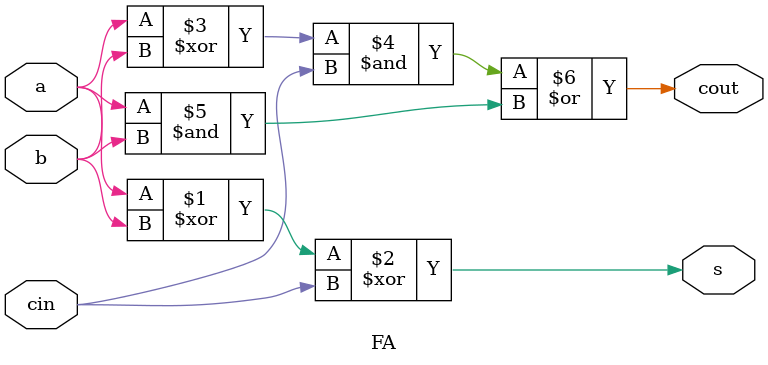
<source format=v>
module MUXChooseSignal(
	
	input ALUSrc1, 
	input ALUSrc2, 
	input EXTOp, 
	input LUOp, 
	input MEM_WB_RegWrite,
	input [1  : 0] MEM_WB_RegDst, 
	input [1  : 0] MEM_WB_MemToReg, 
	input [1  : 0] MemToReg, 
	input [1  : 0] RegDst,
	input [31 : 0] instruction_IN,
	input [31 : 0] instruction_IF_ID, 
	input [31 : 0] instruction_ID_EX, 
	input [31 : 0] instruction_EX_MEM,
	input [1  : 0] ForwardA,  
	input [1  : 0] ForwardB, 
	input [1  : 0] ForwardJR,
	input [31 : 0] ALUOUT, 
	input [31 : 0] ReadData, 
	input [31 : 0] MEM_WB_ALUOUT,
	input [31 : 0] ID_EX_DataBusA, 
	input [31 : 0] DataBusA, 
	input [31 : 0] ID_EX_DataBusB,
	input [31 : 0] instruction_MEM_WB,
	input [2  : 0] ID_EX_PCSrc,
	input [31 : 0] ID_EX_PC,
	input [31 : 0] IF_ID_PC_OUT,
	input [2  : 0] PCSrc,
	input [31 : 0] MEM_WB_PC_OUT,
	input [31 : 0] PC,
	input [31 : 0] EX_MEM_ALUOUT,
	input [31 : 0] EX_MEM_PC_OUT,
	
	output [31 : 0] RESULT_ALUSrc1,
	output [31 : 0] RESULT_ALUSrc2,  // two source required by ALU
	output [31 : 0] RESULT_PCSrc,                    
	output [4  : 0] RESULT_RegDst,
	output [31 : 0] DataBusC,
	output [31 : 0] RESULT_DATABUSB,
	output FinalRegWrite);

	//wire [31 : 0] DataBusC;
	wire [2 : 0] FinalPCSrc;
	//wire [31 : 0] RESULT_ALUSrc1, RESULT_ALUSrc2;  // two source required by ALU              

	wire [31 : 0] RESULT_DATABUSA, FINAL_RESULT_DATABUS_A;
	wire [31 : 0] RESULT_LUOp, RESULT_EXTOp;
	wire [15 : 0] SignExtension;
	wire [31 : 0] ConBA; // beq instruction_in
	wire [31 : 0] ShiftOut;
	wire [31 : 0] ForwardResult;
	wire [31 : 0] JUMP_Address;

	assign RESULT_DATABUSA = (ForwardA == 2'b00) ? ID_EX_DataBusA:
							 (ForwardA == 2'b01) ? DataBusC:
				             (ForwardA == 2'b10) ? EX_MEM_ALUOUT:
				             DataBusC;
	assign RESULT_DATABUSB = (ForwardB == 2'b00) ? ID_EX_DataBusB:
							 (ForwardB == 2'b01) ? DataBusC:
							 (ForwardB == 2'b10) ? EX_MEM_ALUOUT:
							 DataBusC;

	// when EXTOp is 1, we use sign extension
	assign SignExtension = instruction_ID_EX[15] ? 16'b1111_1111_1111_1111 : 0;
	assign RESULT_EXTOp  = EXTOp ? {SignExtension, instruction_ID_EX[15 : 0]} : {16'b0, instruction_ID_EX[15 : 0]};
	assign RESULT_LUOp   = LUOp  ? {instruction_ID_EX[15 : 0], 16'b0} : RESULT_EXTOp;

	// the source of ALU					   
	assign RESULT_ALUSrc1 = ALUSrc1 ? {27'b0, instruction_ID_EX[10 : 6]} : RESULT_DATABUSA;
	assign RESULT_ALUSrc2 = ALUSrc2 ? RESULT_LUOp : RESULT_DATABUSB;				

	// the source of register file (interruption is different)
	// when we enter interruption, we should save the EX_PC, not the ID_PCSrc
	assign JUMP_Address = instruction_IN[31 : 26] == 6'b100011 ? PC : IF_ID_PC_OUT;
	assign DataBusC        = (MemToReg == 3) ? JUMP_Address: // for interruption
							 (MEM_WB_MemToReg == 0 ? MEM_WB_ALUOUT:
							  MEM_WB_MemToReg == 1 ? ReadData:
							  MEM_WB_MemToReg == 2 ? (MEM_WB_PC_OUT + 4):
							  32'd0); 

	// the source of address of register file (interruption is different)
	assign RESULT_RegDst   = (RegDst == 3) ? 5'b11010 : // for interruption
							  (MEM_WB_RegDst == 0 ? instruction_MEM_WB[15 : 11]:  // rd
							   MEM_WB_RegDst == 1 ? instruction_MEM_WB[20 : 16]:  // rt
							   MEM_WB_RegDst == 2 ? 5'b11111:        // $ra (31)
							   5'b00000);                            // xp($26)

	// the source of PC
	assign	RESULT_PCSrc   = FinalPCSrc == 3'b000 ? (PC+4):
							 // beq
							 FinalPCSrc == 3'b001 ? ConBA:
							 // j
							 FinalPCSrc == 3'b010 ? {IF_ID_PC_OUT[31:28], instruction_IF_ID[25: 0], 2'b00}: 
							 // jr
							 FinalPCSrc == 3'b011 ? FINAL_RESULT_DATABUS_A:
							 FinalPCSrc == 3'b100 ? 32'h80000004:   // ILLOP
							 32'h80000008;                          // XADR

	assign ForwardResult = (instruction_EX_MEM[31 : 26] == 6'b000011) ? EX_MEM_PC_OUT+4 : EX_MEM_ALUOUT;

	assign FINAL_RESULT_DATABUS_A = ForwardJR[1] ? (ForwardJR[0] ? DataBusC : ForwardResult):
	                                               (ForwardJR[0] ? ALUOUT   : DataBusA);

	// beq instruction (but J instruction is in a higher level)
	assign FinalPCSrc = (ID_EX_PCSrc == 3'b001 && ALUOUT[0] == 1'b1 && PCSrc != 3'b010 && PCSrc != 3'b011 && PCSrc != 3'b100) ? ID_EX_PCSrc : 
							((PCSrc  == 3'b001) ? 3'b0 : PCSrc);  // avoid a beq instruction before

	// when we are in interrupt, we should use ID RegWrite signal						
	assign FinalRegWrite = (MemToReg == 3) ? 1'b1 : MEM_WB_RegWrite;

	// get the address of branch instruction_in (ConBA)
	leftShift ls(.A(RESULT_EXTOp), .S(ShiftOut));      // left shift
	// here we use extomem_pc, because we should jump to a farer address
	Adder adder(.A(ID_EX_PC+4), .B(ShiftOut), .Z(ConBA));
endmodule

// shift
module leftShift(A, S);
	input [31:0] A;
	output [31:0] S;
	assign S = {A[29:0], 2'b00};
endmodule

// 32bits adder
module Adder(A,B,Z);

	input [31:0] A,B;
	output [31:0] Z;

	FA fa0(.a(A[0]),.b(B[0]),.cin(1'b0),.s(Z[0]),.cout(w0));
	FA fa1(.a(A[1]),.b(B[1]),.cin(w0),.s(Z[1]),.cout(w1));
	FA fa2(.a(A[2]),.b(B[2]),.cin(w1),.s(Z[2]),.cout(w2));
	FA fa3(.a(A[3]),.b(B[3]),.cin(w2),.s(Z[3]),.cout(w3));
	FA fa4(.a(A[4]),.b(B[4]),.cin(w3),.s(Z[4]),.cout(w4));
	FA fa5(.a(A[5]),.b(B[5]),.cin(w4),.s(Z[5]),.cout(w5));
	FA fa6(.a(A[6]),.b(B[6]),.cin(w5),.s(Z[6]),.cout(w6));
	FA fa7(.a(A[7]),.b(B[7]),.cin(w6),.s(Z[7]),.cout(w7));
	FA fa8(.a(A[8]),.b(B[8]),.cin(w7),.s(Z[8]),.cout(w8));
	FA fa9(.a(A[9]),.b(B[9]),.cin(w8),.s(Z[9]),.cout(w9));
	FA fa10(.a(A[10]),.b(B[10]),.cin(w9),.s(Z[10]),.cout(w10));
	FA fa11(.a(A[11]),.b(B[11]),.cin(w10),.s(Z[11]),.cout(w11));
	FA fa12(.a(A[12]),.b(B[12]),.cin(w11),.s(Z[12]),.cout(w12));
	FA fa13(.a(A[13]),.b(B[13]),.cin(w12),.s(Z[13]),.cout(w13));
	FA fa14(.a(A[14]),.b(B[14]),.cin(w13),.s(Z[14]),.cout(w14));
	FA fa15(.a(A[15]),.b(B[15]),.cin(w14),.s(Z[15]),.cout(w15));
	FA fa16(.a(A[16]),.b(B[16]),.cin(w15),.s(Z[16]),.cout(w16));
	FA fa17(.a(A[17]),.b(B[17]),.cin(w16),.s(Z[17]),.cout(w17));
	FA fa18(.a(A[18]),.b(B[18]),.cin(w17),.s(Z[18]),.cout(w18));
	FA fa19(.a(A[19]),.b(B[19]),.cin(w18),.s(Z[19]),.cout(w19));
	FA fa20(.a(A[20]),.b(B[20]),.cin(w19),.s(Z[20]),.cout(w20));
	FA fa21(.a(A[21]),.b(B[21]),.cin(w20),.s(Z[21]),.cout(w21));
	FA fa22(.a(A[22]),.b(B[22]),.cin(w21),.s(Z[22]),.cout(w22));
	FA fa23(.a(A[23]),.b(B[23]),.cin(w22),.s(Z[23]),.cout(w23));
	FA fa24(.a(A[24]),.b(B[24]),.cin(w23),.s(Z[24]),.cout(w24));
	FA fa25(.a(A[25]),.b(B[25]),.cin(w24),.s(Z[25]),.cout(w25));
	FA fa26(.a(A[26]),.b(B[26]),.cin(w25),.s(Z[26]),.cout(w26));
	FA fa27(.a(A[27]),.b(B[27]),.cin(w26),.s(Z[27]),.cout(w27));
	FA fa28(.a(A[28]),.b(B[28]),.cin(w27),.s(Z[28]),.cout(w28));
	FA fa29(.a(A[29]),.b(B[29]),.cin(w28),.s(Z[29]),.cout(w29));
	FA fa30(.a(A[30]),.b(B[30]),.cin(w29),.s(Z[30]),.cout(w30));
	FA fa31(.a(A[31]),.b(B[31]),.cin(w30),.s(Z[31]),.cout(w31));
	
endmodule

module FA(a,b,cin,s,cout);

	input a,b,cin;
	output s,cout;

	assign s=(a^b)^cin;
	assign cout=(a^b)&cin|a&b;

endmodule
</source>
